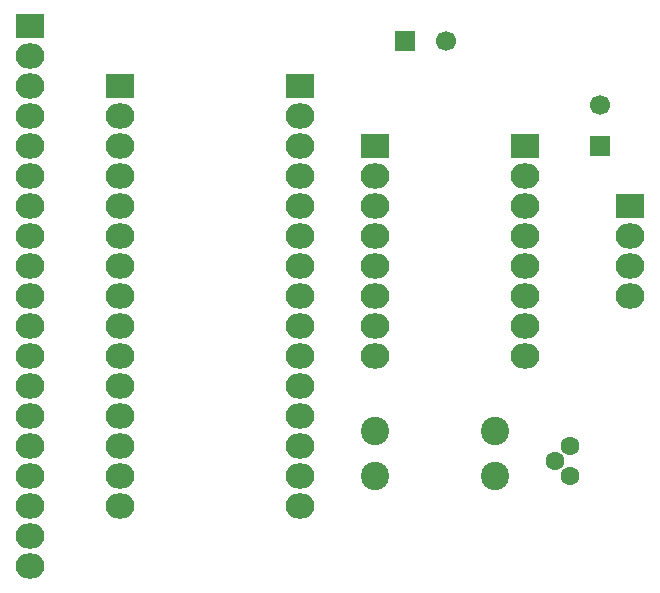
<source format=gts>
G04 #@! TF.FileFunction,Soldermask,Top*
%FSLAX46Y46*%
G04 Gerber Fmt 4.6, Leading zero omitted, Abs format (unit mm)*
G04 Created by KiCad (PCBNEW 4.0.4+e1-6308~48~ubuntu16.04.1-stable) date Mon Oct 24 14:54:08 2016*
%MOMM*%
%LPD*%
G01*
G04 APERTURE LIST*
%ADD10C,0.100000*%
%ADD11R,2.432000X2.127200*%
%ADD12O,2.432000X2.127200*%
%ADD13C,1.700000*%
%ADD14R,1.700000X1.700000*%
%ADD15C,1.600000*%
%ADD16C,2.398980*%
G04 APERTURE END LIST*
D10*
D11*
X58420000Y-60960000D03*
D12*
X58420000Y-63500000D03*
X58420000Y-66040000D03*
X58420000Y-68580000D03*
X58420000Y-71120000D03*
X58420000Y-73660000D03*
X58420000Y-76200000D03*
X58420000Y-78740000D03*
X58420000Y-81280000D03*
X58420000Y-83820000D03*
X58420000Y-86360000D03*
X58420000Y-88900000D03*
X58420000Y-91440000D03*
X58420000Y-93980000D03*
X58420000Y-96520000D03*
D11*
X73660000Y-60960000D03*
D12*
X73660000Y-63500000D03*
X73660000Y-66040000D03*
X73660000Y-68580000D03*
X73660000Y-71120000D03*
X73660000Y-73660000D03*
X73660000Y-76200000D03*
X73660000Y-78740000D03*
X73660000Y-81280000D03*
X73660000Y-83820000D03*
X73660000Y-86360000D03*
X73660000Y-88900000D03*
X73660000Y-91440000D03*
X73660000Y-93980000D03*
X73660000Y-96520000D03*
D11*
X80010000Y-66040000D03*
D12*
X80010000Y-68580000D03*
X80010000Y-71120000D03*
X80010000Y-73660000D03*
X80010000Y-76200000D03*
X80010000Y-78740000D03*
X80010000Y-81280000D03*
X80010000Y-83820000D03*
D11*
X92710000Y-66040000D03*
D12*
X92710000Y-68580000D03*
X92710000Y-71120000D03*
X92710000Y-73660000D03*
X92710000Y-76200000D03*
X92710000Y-78740000D03*
X92710000Y-81280000D03*
X92710000Y-83820000D03*
D11*
X101600000Y-71120000D03*
D12*
X101600000Y-73660000D03*
X101600000Y-76200000D03*
X101600000Y-78740000D03*
D13*
X86050000Y-57150000D03*
D14*
X82550000Y-57150000D03*
D15*
X96520000Y-91440000D03*
X95250000Y-92710000D03*
X96520000Y-93980000D03*
D16*
X80010000Y-93980000D03*
X90170000Y-93980000D03*
X80010000Y-90170000D03*
X90170000Y-90170000D03*
D13*
X99060000Y-62540000D03*
D14*
X99060000Y-66040000D03*
D11*
X50800000Y-55880000D03*
D12*
X50800000Y-58420000D03*
X50800000Y-60960000D03*
X50800000Y-63500000D03*
X50800000Y-66040000D03*
X50800000Y-68580000D03*
X50800000Y-71120000D03*
X50800000Y-73660000D03*
X50800000Y-76200000D03*
X50800000Y-78740000D03*
X50800000Y-81280000D03*
X50800000Y-83820000D03*
X50800000Y-86360000D03*
X50800000Y-88900000D03*
X50800000Y-91440000D03*
X50800000Y-93980000D03*
X50800000Y-96520000D03*
X50800000Y-99060000D03*
X50800000Y-101600000D03*
M02*

</source>
